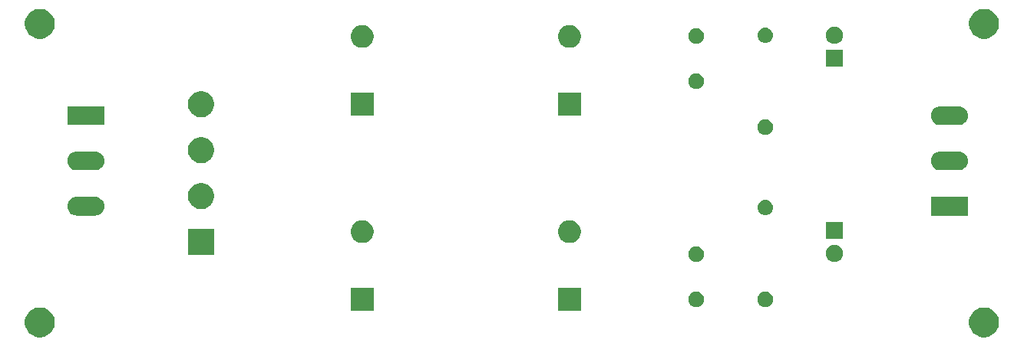
<source format=gbr>
G04 #@! TF.GenerationSoftware,KiCad,Pcbnew,5.1.4-3.fc30*
G04 #@! TF.CreationDate,2019-10-06T04:01:43+02:00*
G04 #@! TF.ProjectId,high_power_sym_supply,68696768-5f70-46f7-9765-725f73796d5f,1.0*
G04 #@! TF.SameCoordinates,Original*
G04 #@! TF.FileFunction,Soldermask,Bot*
G04 #@! TF.FilePolarity,Negative*
%FSLAX46Y46*%
G04 Gerber Fmt 4.6, Leading zero omitted, Abs format (unit mm)*
G04 Created by KiCad (PCBNEW 5.1.4-3.fc30) date 2019-10-06 04:01:43*
%MOMM*%
%LPD*%
G04 APERTURE LIST*
%ADD10C,0.100000*%
G04 APERTURE END LIST*
D10*
G36*
X183255256Y-105071298D02*
G01*
X183361579Y-105092447D01*
X183662042Y-105216903D01*
X183932451Y-105397585D01*
X184162415Y-105627549D01*
X184343097Y-105897958D01*
X184467553Y-106198421D01*
X184531000Y-106517391D01*
X184531000Y-106842609D01*
X184467553Y-107161579D01*
X184343097Y-107462042D01*
X184162415Y-107732451D01*
X183932451Y-107962415D01*
X183662042Y-108143097D01*
X183361579Y-108267553D01*
X183255256Y-108288702D01*
X183042611Y-108331000D01*
X182717389Y-108331000D01*
X182504744Y-108288702D01*
X182398421Y-108267553D01*
X182097958Y-108143097D01*
X181827549Y-107962415D01*
X181597585Y-107732451D01*
X181416903Y-107462042D01*
X181292447Y-107161579D01*
X181229000Y-106842609D01*
X181229000Y-106517391D01*
X181292447Y-106198421D01*
X181416903Y-105897958D01*
X181597585Y-105627549D01*
X181827549Y-105397585D01*
X182097958Y-105216903D01*
X182398421Y-105092447D01*
X182504744Y-105071298D01*
X182717389Y-105029000D01*
X183042611Y-105029000D01*
X183255256Y-105071298D01*
X183255256Y-105071298D01*
G37*
G36*
X79115256Y-105071298D02*
G01*
X79221579Y-105092447D01*
X79522042Y-105216903D01*
X79792451Y-105397585D01*
X80022415Y-105627549D01*
X80203097Y-105897958D01*
X80327553Y-106198421D01*
X80391000Y-106517391D01*
X80391000Y-106842609D01*
X80327553Y-107161579D01*
X80203097Y-107462042D01*
X80022415Y-107732451D01*
X79792451Y-107962415D01*
X79522042Y-108143097D01*
X79221579Y-108267553D01*
X79115256Y-108288702D01*
X78902611Y-108331000D01*
X78577389Y-108331000D01*
X78364744Y-108288702D01*
X78258421Y-108267553D01*
X77957958Y-108143097D01*
X77687549Y-107962415D01*
X77457585Y-107732451D01*
X77276903Y-107462042D01*
X77152447Y-107161579D01*
X77089000Y-106842609D01*
X77089000Y-106517391D01*
X77152447Y-106198421D01*
X77276903Y-105897958D01*
X77457585Y-105627549D01*
X77687549Y-105397585D01*
X77957958Y-105216903D01*
X78258421Y-105092447D01*
X78364744Y-105071298D01*
X78577389Y-105029000D01*
X78902611Y-105029000D01*
X79115256Y-105071298D01*
X79115256Y-105071298D01*
G37*
G36*
X138411000Y-105391000D02*
G01*
X135909000Y-105391000D01*
X135909000Y-102889000D01*
X138411000Y-102889000D01*
X138411000Y-105391000D01*
X138411000Y-105391000D01*
G37*
G36*
X115551000Y-105391000D02*
G01*
X113049000Y-105391000D01*
X113049000Y-102889000D01*
X115551000Y-102889000D01*
X115551000Y-105391000D01*
X115551000Y-105391000D01*
G37*
G36*
X151378228Y-103321703D02*
G01*
X151533100Y-103385853D01*
X151672481Y-103478985D01*
X151791015Y-103597519D01*
X151884147Y-103736900D01*
X151948297Y-103891772D01*
X151981000Y-104056184D01*
X151981000Y-104223816D01*
X151948297Y-104388228D01*
X151884147Y-104543100D01*
X151791015Y-104682481D01*
X151672481Y-104801015D01*
X151533100Y-104894147D01*
X151378228Y-104958297D01*
X151213816Y-104991000D01*
X151046184Y-104991000D01*
X150881772Y-104958297D01*
X150726900Y-104894147D01*
X150587519Y-104801015D01*
X150468985Y-104682481D01*
X150375853Y-104543100D01*
X150311703Y-104388228D01*
X150279000Y-104223816D01*
X150279000Y-104056184D01*
X150311703Y-103891772D01*
X150375853Y-103736900D01*
X150468985Y-103597519D01*
X150587519Y-103478985D01*
X150726900Y-103385853D01*
X150881772Y-103321703D01*
X151046184Y-103289000D01*
X151213816Y-103289000D01*
X151378228Y-103321703D01*
X151378228Y-103321703D01*
G37*
G36*
X158998228Y-103321703D02*
G01*
X159153100Y-103385853D01*
X159292481Y-103478985D01*
X159411015Y-103597519D01*
X159504147Y-103736900D01*
X159568297Y-103891772D01*
X159601000Y-104056184D01*
X159601000Y-104223816D01*
X159568297Y-104388228D01*
X159504147Y-104543100D01*
X159411015Y-104682481D01*
X159292481Y-104801015D01*
X159153100Y-104894147D01*
X158998228Y-104958297D01*
X158833816Y-104991000D01*
X158666184Y-104991000D01*
X158501772Y-104958297D01*
X158346900Y-104894147D01*
X158207519Y-104801015D01*
X158088985Y-104682481D01*
X157995853Y-104543100D01*
X157931703Y-104388228D01*
X157899000Y-104223816D01*
X157899000Y-104056184D01*
X157931703Y-103891772D01*
X157995853Y-103736900D01*
X158088985Y-103597519D01*
X158207519Y-103478985D01*
X158346900Y-103385853D01*
X158501772Y-103321703D01*
X158666184Y-103289000D01*
X158833816Y-103289000D01*
X158998228Y-103321703D01*
X158998228Y-103321703D01*
G37*
G36*
X166647395Y-98145546D02*
G01*
X166820466Y-98217234D01*
X166820467Y-98217235D01*
X166976227Y-98321310D01*
X167108690Y-98453773D01*
X167108691Y-98453775D01*
X167212766Y-98609534D01*
X167284454Y-98782605D01*
X167321000Y-98966333D01*
X167321000Y-99153667D01*
X167284454Y-99337395D01*
X167212766Y-99510466D01*
X167161081Y-99587818D01*
X167108690Y-99666227D01*
X166976227Y-99798690D01*
X166972747Y-99801015D01*
X166820466Y-99902766D01*
X166647395Y-99974454D01*
X166463667Y-100011000D01*
X166276333Y-100011000D01*
X166092605Y-99974454D01*
X165919534Y-99902766D01*
X165767253Y-99801015D01*
X165763773Y-99798690D01*
X165631310Y-99666227D01*
X165578919Y-99587818D01*
X165527234Y-99510466D01*
X165455546Y-99337395D01*
X165419000Y-99153667D01*
X165419000Y-98966333D01*
X165455546Y-98782605D01*
X165527234Y-98609534D01*
X165631309Y-98453775D01*
X165631310Y-98453773D01*
X165763773Y-98321310D01*
X165919533Y-98217235D01*
X165919534Y-98217234D01*
X166092605Y-98145546D01*
X166276333Y-98109000D01*
X166463667Y-98109000D01*
X166647395Y-98145546D01*
X166647395Y-98145546D01*
G37*
G36*
X151378228Y-98321703D02*
G01*
X151533100Y-98385853D01*
X151672481Y-98478985D01*
X151791015Y-98597519D01*
X151884147Y-98736900D01*
X151948297Y-98891772D01*
X151981000Y-99056184D01*
X151981000Y-99223816D01*
X151948297Y-99388228D01*
X151884147Y-99543100D01*
X151791015Y-99682481D01*
X151672481Y-99801015D01*
X151533100Y-99894147D01*
X151378228Y-99958297D01*
X151213816Y-99991000D01*
X151046184Y-99991000D01*
X150881772Y-99958297D01*
X150726900Y-99894147D01*
X150587519Y-99801015D01*
X150468985Y-99682481D01*
X150375853Y-99543100D01*
X150311703Y-99388228D01*
X150279000Y-99223816D01*
X150279000Y-99056184D01*
X150311703Y-98891772D01*
X150375853Y-98736900D01*
X150468985Y-98597519D01*
X150587519Y-98478985D01*
X150726900Y-98385853D01*
X150881772Y-98321703D01*
X151046184Y-98289000D01*
X151213816Y-98289000D01*
X151378228Y-98321703D01*
X151378228Y-98321703D01*
G37*
G36*
X97971000Y-99241000D02*
G01*
X95069000Y-99241000D01*
X95069000Y-96339000D01*
X97971000Y-96339000D01*
X97971000Y-99241000D01*
X97971000Y-99241000D01*
G37*
G36*
X137524903Y-95437075D02*
G01*
X137752571Y-95531378D01*
X137957466Y-95668285D01*
X138131715Y-95842534D01*
X138268622Y-96047429D01*
X138362925Y-96275097D01*
X138411000Y-96516787D01*
X138411000Y-96763213D01*
X138362925Y-97004903D01*
X138268622Y-97232571D01*
X138131715Y-97437466D01*
X137957466Y-97611715D01*
X137752571Y-97748622D01*
X137752570Y-97748623D01*
X137752569Y-97748623D01*
X137524903Y-97842925D01*
X137283214Y-97891000D01*
X137036786Y-97891000D01*
X136795097Y-97842925D01*
X136567431Y-97748623D01*
X136567430Y-97748623D01*
X136567429Y-97748622D01*
X136362534Y-97611715D01*
X136188285Y-97437466D01*
X136051378Y-97232571D01*
X135957075Y-97004903D01*
X135909000Y-96763213D01*
X135909000Y-96516787D01*
X135957075Y-96275097D01*
X136051378Y-96047429D01*
X136188285Y-95842534D01*
X136362534Y-95668285D01*
X136567429Y-95531378D01*
X136795097Y-95437075D01*
X137036786Y-95389000D01*
X137283214Y-95389000D01*
X137524903Y-95437075D01*
X137524903Y-95437075D01*
G37*
G36*
X114664903Y-95437075D02*
G01*
X114892571Y-95531378D01*
X115097466Y-95668285D01*
X115271715Y-95842534D01*
X115408622Y-96047429D01*
X115502925Y-96275097D01*
X115551000Y-96516787D01*
X115551000Y-96763213D01*
X115502925Y-97004903D01*
X115408622Y-97232571D01*
X115271715Y-97437466D01*
X115097466Y-97611715D01*
X114892571Y-97748622D01*
X114892570Y-97748623D01*
X114892569Y-97748623D01*
X114664903Y-97842925D01*
X114423214Y-97891000D01*
X114176786Y-97891000D01*
X113935097Y-97842925D01*
X113707431Y-97748623D01*
X113707430Y-97748623D01*
X113707429Y-97748622D01*
X113502534Y-97611715D01*
X113328285Y-97437466D01*
X113191378Y-97232571D01*
X113097075Y-97004903D01*
X113049000Y-96763213D01*
X113049000Y-96516787D01*
X113097075Y-96275097D01*
X113191378Y-96047429D01*
X113328285Y-95842534D01*
X113502534Y-95668285D01*
X113707429Y-95531378D01*
X113935097Y-95437075D01*
X114176786Y-95389000D01*
X114423214Y-95389000D01*
X114664903Y-95437075D01*
X114664903Y-95437075D01*
G37*
G36*
X167321000Y-97471000D02*
G01*
X165419000Y-97471000D01*
X165419000Y-95569000D01*
X167321000Y-95569000D01*
X167321000Y-97471000D01*
X167321000Y-97471000D01*
G37*
G36*
X181101000Y-94861000D02*
G01*
X177039000Y-94861000D01*
X177039000Y-92779000D01*
X181101000Y-92779000D01*
X181101000Y-94861000D01*
X181101000Y-94861000D01*
G37*
G36*
X84912112Y-92784021D02*
G01*
X85014072Y-92794063D01*
X85210301Y-92853589D01*
X85210303Y-92853590D01*
X85391145Y-92950252D01*
X85549660Y-93080340D01*
X85679748Y-93238855D01*
X85752701Y-93375341D01*
X85776411Y-93419699D01*
X85835937Y-93615928D01*
X85856036Y-93820000D01*
X85835937Y-94024072D01*
X85776411Y-94220301D01*
X85776410Y-94220303D01*
X85679748Y-94401145D01*
X85549660Y-94559660D01*
X85391145Y-94689748D01*
X85240959Y-94770024D01*
X85210301Y-94786411D01*
X85014072Y-94845937D01*
X84912112Y-94855979D01*
X84861133Y-94861000D01*
X82778867Y-94861000D01*
X82727888Y-94855979D01*
X82625928Y-94845937D01*
X82429699Y-94786411D01*
X82399041Y-94770024D01*
X82248855Y-94689748D01*
X82090340Y-94559660D01*
X81960252Y-94401145D01*
X81863590Y-94220303D01*
X81863589Y-94220301D01*
X81804063Y-94024072D01*
X81783964Y-93820000D01*
X81804063Y-93615928D01*
X81863589Y-93419699D01*
X81887299Y-93375341D01*
X81960252Y-93238855D01*
X82090340Y-93080340D01*
X82248855Y-92950252D01*
X82429697Y-92853590D01*
X82429699Y-92853589D01*
X82625928Y-92794063D01*
X82727888Y-92784021D01*
X82778867Y-92779000D01*
X84861133Y-92779000D01*
X84912112Y-92784021D01*
X84912112Y-92784021D01*
G37*
G36*
X158916823Y-93141313D02*
G01*
X159077242Y-93189976D01*
X159168686Y-93238854D01*
X159225078Y-93268996D01*
X159354659Y-93375341D01*
X159461004Y-93504922D01*
X159461005Y-93504924D01*
X159540024Y-93652758D01*
X159588687Y-93813177D01*
X159605117Y-93980000D01*
X159588687Y-94146823D01*
X159540024Y-94307242D01*
X159489832Y-94401145D01*
X159461004Y-94455078D01*
X159354659Y-94584659D01*
X159225078Y-94691004D01*
X159225076Y-94691005D01*
X159077242Y-94770024D01*
X158916823Y-94818687D01*
X158791804Y-94831000D01*
X158708196Y-94831000D01*
X158583177Y-94818687D01*
X158422758Y-94770024D01*
X158274924Y-94691005D01*
X158274922Y-94691004D01*
X158145341Y-94584659D01*
X158038996Y-94455078D01*
X158010168Y-94401145D01*
X157959976Y-94307242D01*
X157911313Y-94146823D01*
X157894883Y-93980000D01*
X157911313Y-93813177D01*
X157959976Y-93652758D01*
X158038995Y-93504924D01*
X158038996Y-93504922D01*
X158145341Y-93375341D01*
X158274922Y-93268996D01*
X158331314Y-93238854D01*
X158422758Y-93189976D01*
X158583177Y-93141313D01*
X158708196Y-93129000D01*
X158791804Y-93129000D01*
X158916823Y-93141313D01*
X158916823Y-93141313D01*
G37*
G36*
X96943241Y-91314760D02*
G01*
X97207305Y-91424139D01*
X97444958Y-91582934D01*
X97647066Y-91785042D01*
X97805861Y-92022695D01*
X97915240Y-92286759D01*
X97971000Y-92567088D01*
X97971000Y-92852912D01*
X97915240Y-93133241D01*
X97805861Y-93397305D01*
X97647066Y-93634958D01*
X97444958Y-93837066D01*
X97207305Y-93995861D01*
X96943241Y-94105240D01*
X96662912Y-94161000D01*
X96377088Y-94161000D01*
X96096759Y-94105240D01*
X95832695Y-93995861D01*
X95595042Y-93837066D01*
X95392934Y-93634958D01*
X95234139Y-93397305D01*
X95124760Y-93133241D01*
X95069000Y-92852912D01*
X95069000Y-92567088D01*
X95124760Y-92286759D01*
X95234139Y-92022695D01*
X95392934Y-91785042D01*
X95595042Y-91582934D01*
X95832695Y-91424139D01*
X96096759Y-91314760D01*
X96377088Y-91259000D01*
X96662912Y-91259000D01*
X96943241Y-91314760D01*
X96943241Y-91314760D01*
G37*
G36*
X180162112Y-87784021D02*
G01*
X180264072Y-87794063D01*
X180460301Y-87853589D01*
X180460303Y-87853590D01*
X180641145Y-87950252D01*
X180799660Y-88080340D01*
X180929747Y-88238854D01*
X181026411Y-88419699D01*
X181085937Y-88615928D01*
X181106036Y-88820000D01*
X181085937Y-89024072D01*
X181026411Y-89220301D01*
X181026410Y-89220303D01*
X180929748Y-89401145D01*
X180799660Y-89559660D01*
X180641145Y-89689748D01*
X180460303Y-89786410D01*
X180460301Y-89786411D01*
X180264072Y-89845937D01*
X180162112Y-89855979D01*
X180111133Y-89861000D01*
X178028867Y-89861000D01*
X177977888Y-89855979D01*
X177875928Y-89845937D01*
X177679699Y-89786411D01*
X177679697Y-89786410D01*
X177498855Y-89689748D01*
X177340340Y-89559660D01*
X177210252Y-89401145D01*
X177113590Y-89220303D01*
X177113589Y-89220301D01*
X177054063Y-89024072D01*
X177033964Y-88820000D01*
X177054063Y-88615928D01*
X177113589Y-88419699D01*
X177210253Y-88238854D01*
X177340340Y-88080340D01*
X177498855Y-87950252D01*
X177679697Y-87853590D01*
X177679699Y-87853589D01*
X177875928Y-87794063D01*
X177977888Y-87784021D01*
X178028867Y-87779000D01*
X180111133Y-87779000D01*
X180162112Y-87784021D01*
X180162112Y-87784021D01*
G37*
G36*
X84912112Y-87784021D02*
G01*
X85014072Y-87794063D01*
X85210301Y-87853589D01*
X85210303Y-87853590D01*
X85391145Y-87950252D01*
X85549660Y-88080340D01*
X85679747Y-88238854D01*
X85776411Y-88419699D01*
X85835937Y-88615928D01*
X85856036Y-88820000D01*
X85835937Y-89024072D01*
X85776411Y-89220301D01*
X85776410Y-89220303D01*
X85679748Y-89401145D01*
X85549660Y-89559660D01*
X85391145Y-89689748D01*
X85210303Y-89786410D01*
X85210301Y-89786411D01*
X85014072Y-89845937D01*
X84912112Y-89855979D01*
X84861133Y-89861000D01*
X82778867Y-89861000D01*
X82727888Y-89855979D01*
X82625928Y-89845937D01*
X82429699Y-89786411D01*
X82429697Y-89786410D01*
X82248855Y-89689748D01*
X82090340Y-89559660D01*
X81960252Y-89401145D01*
X81863590Y-89220303D01*
X81863589Y-89220301D01*
X81804063Y-89024072D01*
X81783964Y-88820000D01*
X81804063Y-88615928D01*
X81863589Y-88419699D01*
X81960253Y-88238854D01*
X82090340Y-88080340D01*
X82248855Y-87950252D01*
X82429697Y-87853590D01*
X82429699Y-87853589D01*
X82625928Y-87794063D01*
X82727888Y-87784021D01*
X82778867Y-87779000D01*
X84861133Y-87779000D01*
X84912112Y-87784021D01*
X84912112Y-87784021D01*
G37*
G36*
X96943241Y-86234760D02*
G01*
X97207305Y-86344139D01*
X97444958Y-86502934D01*
X97647066Y-86705042D01*
X97805861Y-86942695D01*
X97915240Y-87206759D01*
X97971000Y-87487088D01*
X97971000Y-87772912D01*
X97915240Y-88053241D01*
X97805861Y-88317305D01*
X97647066Y-88554958D01*
X97444958Y-88757066D01*
X97207305Y-88915861D01*
X96943241Y-89025240D01*
X96662912Y-89081000D01*
X96377088Y-89081000D01*
X96096759Y-89025240D01*
X95832695Y-88915861D01*
X95595042Y-88757066D01*
X95392934Y-88554958D01*
X95234139Y-88317305D01*
X95124760Y-88053241D01*
X95069000Y-87772912D01*
X95069000Y-87487088D01*
X95124760Y-87206759D01*
X95234139Y-86942695D01*
X95392934Y-86705042D01*
X95595042Y-86502934D01*
X95832695Y-86344139D01*
X96096759Y-86234760D01*
X96377088Y-86179000D01*
X96662912Y-86179000D01*
X96943241Y-86234760D01*
X96943241Y-86234760D01*
G37*
G36*
X158998228Y-84271703D02*
G01*
X159153100Y-84335853D01*
X159292481Y-84428985D01*
X159411015Y-84547519D01*
X159504147Y-84686900D01*
X159568297Y-84841772D01*
X159601000Y-85006184D01*
X159601000Y-85173816D01*
X159568297Y-85338228D01*
X159504147Y-85493100D01*
X159411015Y-85632481D01*
X159292481Y-85751015D01*
X159153100Y-85844147D01*
X158998228Y-85908297D01*
X158833816Y-85941000D01*
X158666184Y-85941000D01*
X158501772Y-85908297D01*
X158346900Y-85844147D01*
X158207519Y-85751015D01*
X158088985Y-85632481D01*
X157995853Y-85493100D01*
X157931703Y-85338228D01*
X157899000Y-85173816D01*
X157899000Y-85006184D01*
X157931703Y-84841772D01*
X157995853Y-84686900D01*
X158088985Y-84547519D01*
X158207519Y-84428985D01*
X158346900Y-84335853D01*
X158501772Y-84271703D01*
X158666184Y-84239000D01*
X158833816Y-84239000D01*
X158998228Y-84271703D01*
X158998228Y-84271703D01*
G37*
G36*
X180162112Y-82784021D02*
G01*
X180264072Y-82794063D01*
X180460301Y-82853589D01*
X180460303Y-82853590D01*
X180641145Y-82950252D01*
X180799660Y-83080340D01*
X180928476Y-83237305D01*
X180929747Y-83238854D01*
X181026411Y-83419699D01*
X181085937Y-83615928D01*
X181106036Y-83820000D01*
X181085937Y-84024072D01*
X181026411Y-84220301D01*
X181026410Y-84220303D01*
X180929748Y-84401145D01*
X180799660Y-84559660D01*
X180641145Y-84689748D01*
X180460303Y-84786410D01*
X180460301Y-84786411D01*
X180264072Y-84845937D01*
X180162112Y-84855979D01*
X180111133Y-84861000D01*
X178028867Y-84861000D01*
X177977888Y-84855979D01*
X177875928Y-84845937D01*
X177679699Y-84786411D01*
X177679697Y-84786410D01*
X177498855Y-84689748D01*
X177340340Y-84559660D01*
X177210252Y-84401145D01*
X177113590Y-84220303D01*
X177113589Y-84220301D01*
X177054063Y-84024072D01*
X177033964Y-83820000D01*
X177054063Y-83615928D01*
X177113589Y-83419699D01*
X177210253Y-83238854D01*
X177211524Y-83237305D01*
X177340340Y-83080340D01*
X177498855Y-82950252D01*
X177679697Y-82853590D01*
X177679699Y-82853589D01*
X177875928Y-82794063D01*
X177977888Y-82784021D01*
X178028867Y-82779000D01*
X180111133Y-82779000D01*
X180162112Y-82784021D01*
X180162112Y-82784021D01*
G37*
G36*
X85851000Y-84861000D02*
G01*
X81789000Y-84861000D01*
X81789000Y-82779000D01*
X85851000Y-82779000D01*
X85851000Y-84861000D01*
X85851000Y-84861000D01*
G37*
G36*
X96943241Y-81154760D02*
G01*
X97207305Y-81264139D01*
X97444958Y-81422934D01*
X97647066Y-81625042D01*
X97805861Y-81862695D01*
X97915240Y-82126759D01*
X97971000Y-82407088D01*
X97971000Y-82692912D01*
X97915240Y-82973241D01*
X97805861Y-83237305D01*
X97647066Y-83474958D01*
X97444958Y-83677066D01*
X97207305Y-83835861D01*
X96943241Y-83945240D01*
X96662912Y-84001000D01*
X96377088Y-84001000D01*
X96096759Y-83945240D01*
X95832695Y-83835861D01*
X95595042Y-83677066D01*
X95392934Y-83474958D01*
X95234139Y-83237305D01*
X95124760Y-82973241D01*
X95069000Y-82692912D01*
X95069000Y-82407088D01*
X95124760Y-82126759D01*
X95234139Y-81862695D01*
X95392934Y-81625042D01*
X95595042Y-81422934D01*
X95832695Y-81264139D01*
X96096759Y-81154760D01*
X96377088Y-81099000D01*
X96662912Y-81099000D01*
X96943241Y-81154760D01*
X96943241Y-81154760D01*
G37*
G36*
X115551000Y-83801000D02*
G01*
X113049000Y-83801000D01*
X113049000Y-81299000D01*
X115551000Y-81299000D01*
X115551000Y-83801000D01*
X115551000Y-83801000D01*
G37*
G36*
X138411000Y-83801000D02*
G01*
X135909000Y-83801000D01*
X135909000Y-81299000D01*
X138411000Y-81299000D01*
X138411000Y-83801000D01*
X138411000Y-83801000D01*
G37*
G36*
X151378228Y-79191703D02*
G01*
X151533100Y-79255853D01*
X151672481Y-79348985D01*
X151791015Y-79467519D01*
X151884147Y-79606900D01*
X151948297Y-79761772D01*
X151981000Y-79926184D01*
X151981000Y-80093816D01*
X151948297Y-80258228D01*
X151884147Y-80413100D01*
X151791015Y-80552481D01*
X151672481Y-80671015D01*
X151533100Y-80764147D01*
X151378228Y-80828297D01*
X151213816Y-80861000D01*
X151046184Y-80861000D01*
X150881772Y-80828297D01*
X150726900Y-80764147D01*
X150587519Y-80671015D01*
X150468985Y-80552481D01*
X150375853Y-80413100D01*
X150311703Y-80258228D01*
X150279000Y-80093816D01*
X150279000Y-79926184D01*
X150311703Y-79761772D01*
X150375853Y-79606900D01*
X150468985Y-79467519D01*
X150587519Y-79348985D01*
X150726900Y-79255853D01*
X150881772Y-79191703D01*
X151046184Y-79159000D01*
X151213816Y-79159000D01*
X151378228Y-79191703D01*
X151378228Y-79191703D01*
G37*
G36*
X167321000Y-78421000D02*
G01*
X165419000Y-78421000D01*
X165419000Y-76519000D01*
X167321000Y-76519000D01*
X167321000Y-78421000D01*
X167321000Y-78421000D01*
G37*
G36*
X137401904Y-73822609D02*
G01*
X137524903Y-73847075D01*
X137752571Y-73941378D01*
X137957466Y-74078285D01*
X138131715Y-74252534D01*
X138266947Y-74454922D01*
X138268623Y-74457431D01*
X138362925Y-74685097D01*
X138411000Y-74926786D01*
X138411000Y-75173214D01*
X138362925Y-75414903D01*
X138305939Y-75552481D01*
X138268622Y-75642571D01*
X138131715Y-75847466D01*
X137957466Y-76021715D01*
X137752571Y-76158622D01*
X137752570Y-76158623D01*
X137752569Y-76158623D01*
X137524903Y-76252925D01*
X137283214Y-76301000D01*
X137036786Y-76301000D01*
X136795097Y-76252925D01*
X136567431Y-76158623D01*
X136567430Y-76158623D01*
X136567429Y-76158622D01*
X136362534Y-76021715D01*
X136188285Y-75847466D01*
X136051378Y-75642571D01*
X136014062Y-75552481D01*
X135957075Y-75414903D01*
X135909000Y-75173214D01*
X135909000Y-74926786D01*
X135957075Y-74685097D01*
X136051377Y-74457431D01*
X136053053Y-74454922D01*
X136188285Y-74252534D01*
X136362534Y-74078285D01*
X136567429Y-73941378D01*
X136795097Y-73847075D01*
X136918096Y-73822609D01*
X137036786Y-73799000D01*
X137283214Y-73799000D01*
X137401904Y-73822609D01*
X137401904Y-73822609D01*
G37*
G36*
X114541904Y-73822609D02*
G01*
X114664903Y-73847075D01*
X114892571Y-73941378D01*
X115097466Y-74078285D01*
X115271715Y-74252534D01*
X115406947Y-74454922D01*
X115408623Y-74457431D01*
X115502925Y-74685097D01*
X115551000Y-74926786D01*
X115551000Y-75173214D01*
X115502925Y-75414903D01*
X115445939Y-75552481D01*
X115408622Y-75642571D01*
X115271715Y-75847466D01*
X115097466Y-76021715D01*
X114892571Y-76158622D01*
X114892570Y-76158623D01*
X114892569Y-76158623D01*
X114664903Y-76252925D01*
X114423214Y-76301000D01*
X114176786Y-76301000D01*
X113935097Y-76252925D01*
X113707431Y-76158623D01*
X113707430Y-76158623D01*
X113707429Y-76158622D01*
X113502534Y-76021715D01*
X113328285Y-75847466D01*
X113191378Y-75642571D01*
X113154062Y-75552481D01*
X113097075Y-75414903D01*
X113049000Y-75173214D01*
X113049000Y-74926786D01*
X113097075Y-74685097D01*
X113191377Y-74457431D01*
X113193053Y-74454922D01*
X113328285Y-74252534D01*
X113502534Y-74078285D01*
X113707429Y-73941378D01*
X113935097Y-73847075D01*
X114058096Y-73822609D01*
X114176786Y-73799000D01*
X114423214Y-73799000D01*
X114541904Y-73822609D01*
X114541904Y-73822609D01*
G37*
G36*
X166647395Y-74015546D02*
G01*
X166820466Y-74087234D01*
X166826572Y-74091314D01*
X166976227Y-74191310D01*
X167108690Y-74323773D01*
X167125536Y-74348985D01*
X167212766Y-74479534D01*
X167284454Y-74652605D01*
X167321000Y-74836333D01*
X167321000Y-75023667D01*
X167284454Y-75207395D01*
X167212766Y-75380466D01*
X167189756Y-75414903D01*
X167108690Y-75536227D01*
X166976227Y-75668690D01*
X166972747Y-75671015D01*
X166820466Y-75772766D01*
X166647395Y-75844454D01*
X166463667Y-75881000D01*
X166276333Y-75881000D01*
X166092605Y-75844454D01*
X165919534Y-75772766D01*
X165767253Y-75671015D01*
X165763773Y-75668690D01*
X165631310Y-75536227D01*
X165550244Y-75414903D01*
X165527234Y-75380466D01*
X165455546Y-75207395D01*
X165419000Y-75023667D01*
X165419000Y-74836333D01*
X165455546Y-74652605D01*
X165527234Y-74479534D01*
X165614464Y-74348985D01*
X165631310Y-74323773D01*
X165763773Y-74191310D01*
X165913428Y-74091314D01*
X165919534Y-74087234D01*
X166092605Y-74015546D01*
X166276333Y-73979000D01*
X166463667Y-73979000D01*
X166647395Y-74015546D01*
X166647395Y-74015546D01*
G37*
G36*
X151378228Y-74191703D02*
G01*
X151533100Y-74255853D01*
X151672481Y-74348985D01*
X151791015Y-74467519D01*
X151884147Y-74606900D01*
X151948297Y-74761772D01*
X151981000Y-74926184D01*
X151981000Y-75093816D01*
X151948297Y-75258228D01*
X151884147Y-75413100D01*
X151791015Y-75552481D01*
X151672481Y-75671015D01*
X151533100Y-75764147D01*
X151378228Y-75828297D01*
X151213816Y-75861000D01*
X151046184Y-75861000D01*
X150881772Y-75828297D01*
X150726900Y-75764147D01*
X150587519Y-75671015D01*
X150468985Y-75552481D01*
X150375853Y-75413100D01*
X150311703Y-75258228D01*
X150279000Y-75093816D01*
X150279000Y-74926184D01*
X150311703Y-74761772D01*
X150375853Y-74606900D01*
X150468985Y-74467519D01*
X150587519Y-74348985D01*
X150726900Y-74255853D01*
X150881772Y-74191703D01*
X151046184Y-74159000D01*
X151213816Y-74159000D01*
X151378228Y-74191703D01*
X151378228Y-74191703D01*
G37*
G36*
X158916823Y-74091313D02*
G01*
X159077242Y-74139976D01*
X159112833Y-74159000D01*
X159225078Y-74218996D01*
X159354659Y-74325341D01*
X159461004Y-74454922D01*
X159461005Y-74454924D01*
X159540024Y-74602758D01*
X159540025Y-74602761D01*
X159541281Y-74606903D01*
X159588687Y-74763177D01*
X159605117Y-74930000D01*
X159588687Y-75096823D01*
X159540024Y-75257242D01*
X159474159Y-75380466D01*
X159461004Y-75405078D01*
X159354659Y-75534659D01*
X159225078Y-75641004D01*
X159225076Y-75641005D01*
X159077242Y-75720024D01*
X158916823Y-75768687D01*
X158791804Y-75781000D01*
X158708196Y-75781000D01*
X158583177Y-75768687D01*
X158422758Y-75720024D01*
X158274924Y-75641005D01*
X158274922Y-75641004D01*
X158145341Y-75534659D01*
X158038996Y-75405078D01*
X158025841Y-75380466D01*
X157959976Y-75257242D01*
X157911313Y-75096823D01*
X157894883Y-74930000D01*
X157911313Y-74763177D01*
X157958719Y-74606903D01*
X157959975Y-74602761D01*
X157959976Y-74602758D01*
X158038995Y-74454924D01*
X158038996Y-74454922D01*
X158145341Y-74325341D01*
X158274922Y-74218996D01*
X158387167Y-74159000D01*
X158422758Y-74139976D01*
X158583177Y-74091313D01*
X158708196Y-74079000D01*
X158791804Y-74079000D01*
X158916823Y-74091313D01*
X158916823Y-74091313D01*
G37*
G36*
X183255256Y-72051298D02*
G01*
X183361579Y-72072447D01*
X183662042Y-72196903D01*
X183932451Y-72377585D01*
X184162415Y-72607549D01*
X184162416Y-72607551D01*
X184343098Y-72877960D01*
X184467553Y-73178422D01*
X184531000Y-73497389D01*
X184531000Y-73822611D01*
X184492622Y-74015547D01*
X184467553Y-74141579D01*
X184343097Y-74442042D01*
X184162415Y-74712451D01*
X183932451Y-74942415D01*
X183662042Y-75123097D01*
X183361579Y-75247553D01*
X183312884Y-75257239D01*
X183042611Y-75311000D01*
X182717389Y-75311000D01*
X182447116Y-75257239D01*
X182398421Y-75247553D01*
X182097958Y-75123097D01*
X181827549Y-74942415D01*
X181597585Y-74712451D01*
X181416903Y-74442042D01*
X181292447Y-74141579D01*
X181267378Y-74015547D01*
X181229000Y-73822611D01*
X181229000Y-73497389D01*
X181292447Y-73178422D01*
X181416902Y-72877960D01*
X181597584Y-72607551D01*
X181597585Y-72607549D01*
X181827549Y-72377585D01*
X182097958Y-72196903D01*
X182398421Y-72072447D01*
X182504744Y-72051298D01*
X182717389Y-72009000D01*
X183042611Y-72009000D01*
X183255256Y-72051298D01*
X183255256Y-72051298D01*
G37*
G36*
X79115256Y-72051298D02*
G01*
X79221579Y-72072447D01*
X79522042Y-72196903D01*
X79792451Y-72377585D01*
X80022415Y-72607549D01*
X80022416Y-72607551D01*
X80203098Y-72877960D01*
X80327553Y-73178422D01*
X80391000Y-73497389D01*
X80391000Y-73822611D01*
X80352622Y-74015547D01*
X80327553Y-74141579D01*
X80203097Y-74442042D01*
X80022415Y-74712451D01*
X79792451Y-74942415D01*
X79522042Y-75123097D01*
X79221579Y-75247553D01*
X79172884Y-75257239D01*
X78902611Y-75311000D01*
X78577389Y-75311000D01*
X78307116Y-75257239D01*
X78258421Y-75247553D01*
X77957958Y-75123097D01*
X77687549Y-74942415D01*
X77457585Y-74712451D01*
X77276903Y-74442042D01*
X77152447Y-74141579D01*
X77127378Y-74015547D01*
X77089000Y-73822611D01*
X77089000Y-73497389D01*
X77152447Y-73178422D01*
X77276902Y-72877960D01*
X77457584Y-72607551D01*
X77457585Y-72607549D01*
X77687549Y-72377585D01*
X77957958Y-72196903D01*
X78258421Y-72072447D01*
X78364744Y-72051298D01*
X78577389Y-72009000D01*
X78902611Y-72009000D01*
X79115256Y-72051298D01*
X79115256Y-72051298D01*
G37*
M02*

</source>
